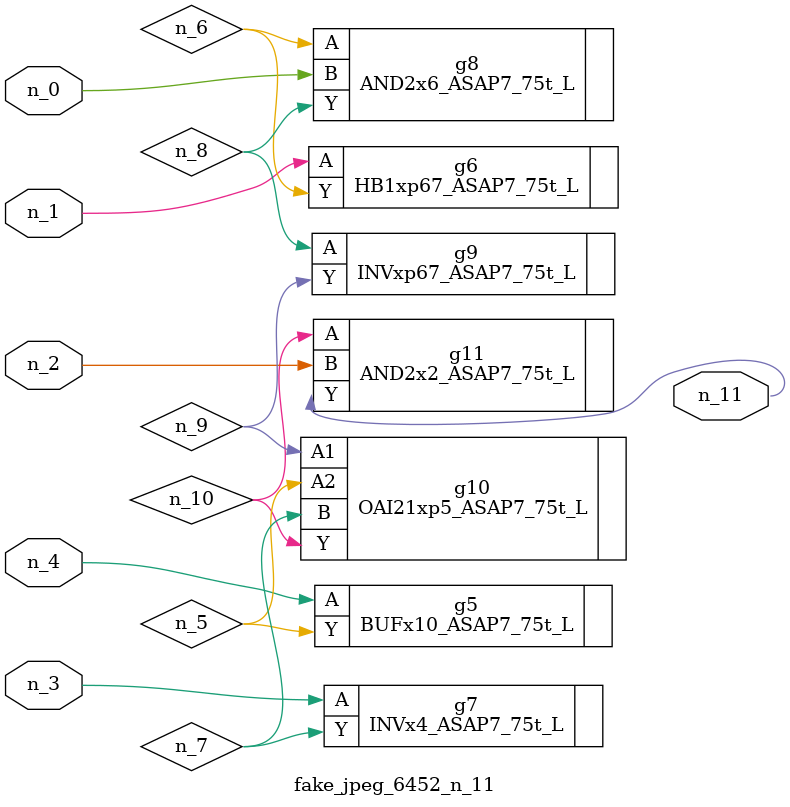
<source format=v>
module fake_jpeg_6452_n_11 (n_3, n_2, n_1, n_0, n_4, n_11);

input n_3;
input n_2;
input n_1;
input n_0;
input n_4;

output n_11;

wire n_10;
wire n_8;
wire n_9;
wire n_6;
wire n_5;
wire n_7;

BUFx10_ASAP7_75t_L g5 ( 
.A(n_4),
.Y(n_5)
);

HB1xp67_ASAP7_75t_L g6 ( 
.A(n_1),
.Y(n_6)
);

INVx4_ASAP7_75t_L g7 ( 
.A(n_3),
.Y(n_7)
);

AND2x6_ASAP7_75t_L g8 ( 
.A(n_6),
.B(n_0),
.Y(n_8)
);

INVxp67_ASAP7_75t_L g9 ( 
.A(n_8),
.Y(n_9)
);

OAI21xp5_ASAP7_75t_L g10 ( 
.A1(n_9),
.A2(n_5),
.B(n_7),
.Y(n_10)
);

AND2x2_ASAP7_75t_L g11 ( 
.A(n_10),
.B(n_2),
.Y(n_11)
);


endmodule
</source>
